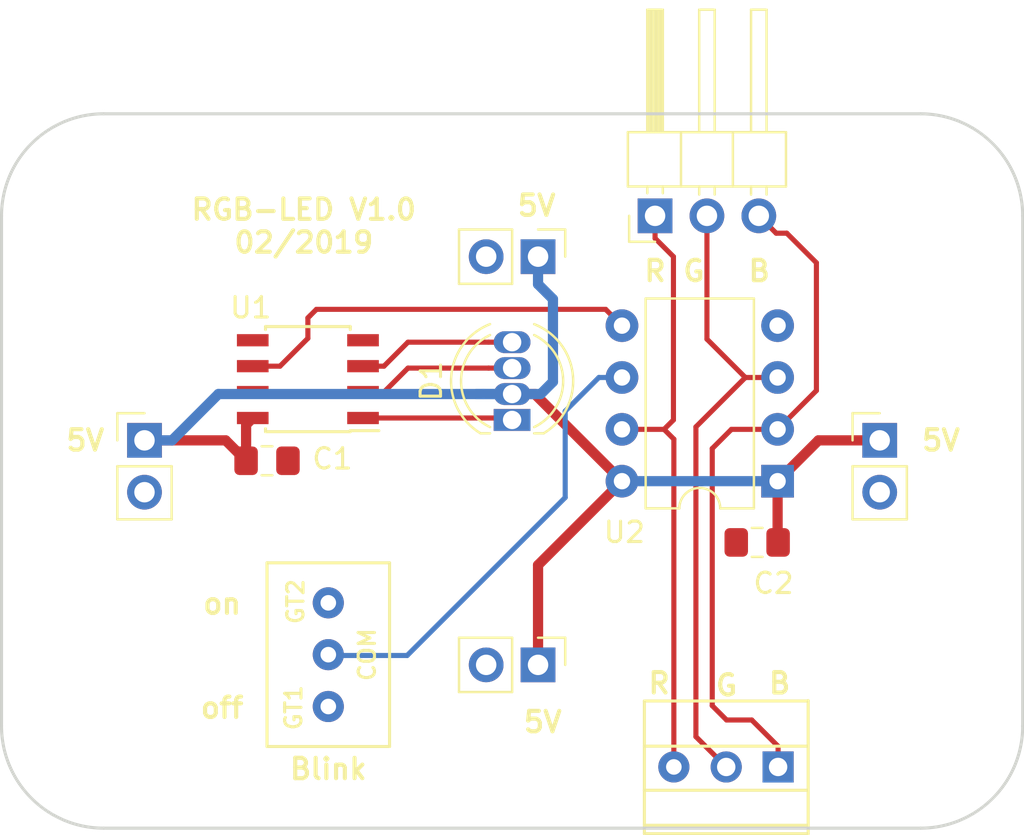
<source format=kicad_pcb>
(kicad_pcb (version 20171130) (host pcbnew "(5.0.1-3-g963ef8bb5)")

  (general
    (thickness 1.6)
    (drawings 22)
    (tracks 71)
    (zones 0)
    (modules 16)
    (nets 14)
  )

  (page A4)
  (layers
    (0 F.Cu signal)
    (31 B.Cu signal)
    (32 B.Adhes user)
    (33 F.Adhes user)
    (34 B.Paste user)
    (35 F.Paste user)
    (36 B.SilkS user)
    (37 F.SilkS user)
    (38 B.Mask user)
    (39 F.Mask user)
    (40 Dwgs.User user)
    (41 Cmts.User user)
    (42 Eco1.User user)
    (43 Eco2.User user)
    (44 Edge.Cuts user)
    (45 Margin user)
    (46 B.CrtYd user)
    (47 F.CrtYd user)
    (48 B.Fab user)
    (49 F.Fab user)
  )

  (setup
    (last_trace_width 0.25)
    (user_trace_width 0.2)
    (user_trace_width 0.5)
    (trace_clearance 0.2)
    (zone_clearance 0.508)
    (zone_45_only no)
    (trace_min 0.2)
    (segment_width 0.2)
    (edge_width 0.15)
    (via_size 0.8)
    (via_drill 0.4)
    (via_min_size 0.4)
    (via_min_drill 0.3)
    (uvia_size 0.3)
    (uvia_drill 0.1)
    (uvias_allowed no)
    (uvia_min_size 0.2)
    (uvia_min_drill 0.1)
    (pcb_text_width 0.3)
    (pcb_text_size 1.5 1.5)
    (mod_edge_width 0.15)
    (mod_text_size 1 1)
    (mod_text_width 0.15)
    (pad_size 1.524 1.524)
    (pad_drill 0.762)
    (pad_to_mask_clearance 0.051)
    (solder_mask_min_width 0.25)
    (aux_axis_origin 0 0)
    (grid_origin 21.336 64.897)
    (visible_elements FFFFFF7F)
    (pcbplotparams
      (layerselection 0x010fc_ffffffff)
      (usegerberextensions false)
      (usegerberattributes false)
      (usegerberadvancedattributes false)
      (creategerberjobfile false)
      (excludeedgelayer true)
      (linewidth 0.150000)
      (plotframeref false)
      (viasonmask false)
      (mode 1)
      (useauxorigin false)
      (hpglpennumber 1)
      (hpglpenspeed 20)
      (hpglpendiameter 15.000000)
      (psnegative false)
      (psa4output false)
      (plotreference true)
      (plotvalue true)
      (plotinvisibletext false)
      (padsonsilk false)
      (subtractmaskfromsilk false)
      (outputformat 1)
      (mirror false)
      (drillshape 1)
      (scaleselection 1)
      (outputdirectory ""))
  )

  (net 0 "")
  (net 1 /ANALOG_RED)
  (net 2 /ANALOG_GREEN)
  (net 3 "Net-(D1-Pad3)")
  (net 4 "Net-(D1-Pad4)")
  (net 5 GND)
  (net 6 "Net-(U1-Pad5)")
  (net 7 /DO)
  (net 8 "Net-(U1-Pad7)")
  (net 9 +5V)
  (net 10 /ANALOG_BLUE)
  (net 11 "Net-(D1-Pad1)")
  (net 12 "Net-(SW1-Pad2)")
  (net 13 "Net-(SW1-Pad3)")

  (net_class Default "Dies ist die voreingestellte Netzklasse."
    (clearance 0.2)
    (trace_width 0.25)
    (via_dia 0.8)
    (via_drill 0.4)
    (uvia_dia 0.3)
    (uvia_drill 0.1)
    (add_net +5V)
    (add_net /ANALOG_BLUE)
    (add_net /ANALOG_GREEN)
    (add_net /ANALOG_RED)
    (add_net /DO)
    (add_net GND)
    (add_net "Net-(D1-Pad1)")
    (add_net "Net-(D1-Pad3)")
    (add_net "Net-(D1-Pad4)")
    (add_net "Net-(SW1-Pad2)")
    (add_net "Net-(SW1-Pad3)")
    (add_net "Net-(U1-Pad5)")
    (add_net "Net-(U1-Pad7)")
  )

  (module MountingHole:MountingHole_3.2mm_M3 (layer F.Cu) (tedit 5C5F1F40) (tstamp 5C768503)
    (at 129.336 112.897)
    (descr "Mounting Hole 3.2mm, no annular, M3")
    (tags "mounting hole 3.2mm no annular m3")
    (attr virtual)
    (fp_text reference REF** (at 0 -4.2) (layer F.SilkS) hide
      (effects (font (size 1 1) (thickness 0.15)))
    )
    (fp_text value MountingHole_3.2mm_M3 (at 0 4.2) (layer F.Fab) hide
      (effects (font (size 1 1) (thickness 0.15)))
    )
    (fp_circle (center 0 0) (end 3.45 0) (layer F.CrtYd) (width 0.05))
    (fp_circle (center 0 0) (end 3.2 0) (layer Cmts.User) (width 0.15))
    (fp_text user %R (at 0.3 0) (layer F.Fab)
      (effects (font (size 1 1) (thickness 0.15)))
    )
    (pad 1 np_thru_hole circle (at 0 0) (size 3.2 3.2) (drill 3.2) (layers *.Cu *.Mask))
  )

  (module MountingHole:MountingHole_3.2mm_M3 (layer F.Cu) (tedit 5C5F1F40) (tstamp 5C7684F5)
    (at 169.336 112.897)
    (descr "Mounting Hole 3.2mm, no annular, M3")
    (tags "mounting hole 3.2mm no annular m3")
    (attr virtual)
    (fp_text reference REF** (at 0 -4.2) (layer F.SilkS) hide
      (effects (font (size 1 1) (thickness 0.15)))
    )
    (fp_text value MountingHole_3.2mm_M3 (at 0 4.2) (layer F.Fab) hide
      (effects (font (size 1 1) (thickness 0.15)))
    )
    (fp_text user %R (at 0.3 0) (layer F.Fab)
      (effects (font (size 1 1) (thickness 0.15)))
    )
    (fp_circle (center 0 0) (end 3.2 0) (layer Cmts.User) (width 0.15))
    (fp_circle (center 0 0) (end 3.45 0) (layer F.CrtYd) (width 0.05))
    (pad 1 np_thru_hole circle (at 0 0) (size 3.2 3.2) (drill 3.2) (layers *.Cu *.Mask))
  )

  (module Capacitor_SMD:C_0805_2012Metric_Pad1.15x1.40mm_HandSolder (layer F.Cu) (tedit 5C600F93) (tstamp 5C697569)
    (at 161.336 103.897 180)
    (descr "Capacitor SMD 0805 (2012 Metric), square (rectangular) end terminal, IPC_7351 nominal with elongated pad for handsoldering. (Body size source: https://docs.google.com/spreadsheets/d/1BsfQQcO9C6DZCsRaXUlFlo91Tg2WpOkGARC1WS5S8t0/edit?usp=sharing), generated with kicad-footprint-generator")
    (tags "capacitor handsolder")
    (path /5C5D4FB3)
    (attr smd)
    (fp_text reference C2 (at -0.8 -2 180) (layer F.SilkS)
      (effects (font (size 1 1) (thickness 0.15)))
    )
    (fp_text value C_Small (at 0 1.65 180) (layer F.Fab) hide
      (effects (font (size 1 1) (thickness 0.15)))
    )
    (fp_text user %R (at 0 0 180) (layer F.Fab)
      (effects (font (size 0.5 0.5) (thickness 0.08)))
    )
    (fp_line (start 1.85 0.95) (end -1.85 0.95) (layer F.CrtYd) (width 0.05))
    (fp_line (start 1.85 -0.95) (end 1.85 0.95) (layer F.CrtYd) (width 0.05))
    (fp_line (start -1.85 -0.95) (end 1.85 -0.95) (layer F.CrtYd) (width 0.05))
    (fp_line (start -1.85 0.95) (end -1.85 -0.95) (layer F.CrtYd) (width 0.05))
    (fp_line (start -0.261252 0.71) (end 0.261252 0.71) (layer F.SilkS) (width 0.12))
    (fp_line (start -0.261252 -0.71) (end 0.261252 -0.71) (layer F.SilkS) (width 0.12))
    (fp_line (start 1 0.6) (end -1 0.6) (layer F.Fab) (width 0.1))
    (fp_line (start 1 -0.6) (end 1 0.6) (layer F.Fab) (width 0.1))
    (fp_line (start -1 -0.6) (end 1 -0.6) (layer F.Fab) (width 0.1))
    (fp_line (start -1 0.6) (end -1 -0.6) (layer F.Fab) (width 0.1))
    (pad 2 smd roundrect (at 1.025 0 180) (size 1.15 1.4) (layers F.Cu F.Paste F.Mask) (roundrect_rratio 0.217391)
      (net 5 GND))
    (pad 1 smd roundrect (at -1.025 0 180) (size 1.15 1.4) (layers F.Cu F.Paste F.Mask) (roundrect_rratio 0.217391)
      (net 9 +5V))
    (model ${KISYS3DMOD}/Capacitor_SMD.3dshapes/C_0805_2012Metric.wrl
      (at (xyz 0 0 0))
      (scale (xyz 1 1 1))
      (rotate (xyz 0 0 0))
    )
  )

  (module Capacitor_SMD:C_0805_2012Metric_Pad1.15x1.40mm_HandSolder (layer F.Cu) (tedit 5C600F5E) (tstamp 5C697599)
    (at 137.336 99.897)
    (descr "Capacitor SMD 0805 (2012 Metric), square (rectangular) end terminal, IPC_7351 nominal with elongated pad for handsoldering. (Body size source: https://docs.google.com/spreadsheets/d/1BsfQQcO9C6DZCsRaXUlFlo91Tg2WpOkGARC1WS5S8t0/edit?usp=sharing), generated with kicad-footprint-generator")
    (tags "capacitor handsolder")
    (path /5C5D54B8)
    (attr smd)
    (fp_text reference C1 (at 3.2 -0.1) (layer F.SilkS)
      (effects (font (size 1 1) (thickness 0.15)))
    )
    (fp_text value 100nF (at 0 1.65) (layer F.Fab) hide
      (effects (font (size 1 1) (thickness 0.15)))
    )
    (fp_line (start -1 0.6) (end -1 -0.6) (layer F.Fab) (width 0.1))
    (fp_line (start -1 -0.6) (end 1 -0.6) (layer F.Fab) (width 0.1))
    (fp_line (start 1 -0.6) (end 1 0.6) (layer F.Fab) (width 0.1))
    (fp_line (start 1 0.6) (end -1 0.6) (layer F.Fab) (width 0.1))
    (fp_line (start -0.261252 -0.71) (end 0.261252 -0.71) (layer F.SilkS) (width 0.12))
    (fp_line (start -0.261252 0.71) (end 0.261252 0.71) (layer F.SilkS) (width 0.12))
    (fp_line (start -1.85 0.95) (end -1.85 -0.95) (layer F.CrtYd) (width 0.05))
    (fp_line (start -1.85 -0.95) (end 1.85 -0.95) (layer F.CrtYd) (width 0.05))
    (fp_line (start 1.85 -0.95) (end 1.85 0.95) (layer F.CrtYd) (width 0.05))
    (fp_line (start 1.85 0.95) (end -1.85 0.95) (layer F.CrtYd) (width 0.05))
    (fp_text user %R (at 0 0) (layer F.Fab)
      (effects (font (size 0.5 0.5) (thickness 0.08)))
    )
    (pad 1 smd roundrect (at -1.025 0) (size 1.15 1.4) (layers F.Cu F.Paste F.Mask) (roundrect_rratio 0.217391)
      (net 9 +5V))
    (pad 2 smd roundrect (at 1.025 0) (size 1.15 1.4) (layers F.Cu F.Paste F.Mask) (roundrect_rratio 0.217391)
      (net 5 GND))
    (model ${KISYS3DMOD}/Capacitor_SMD.3dshapes/C_0805_2012Metric.wrl
      (at (xyz 0 0 0))
      (scale (xyz 1 1 1))
      (rotate (xyz 0 0 0))
    )
  )

  (module Connector_PinHeader_2.54mm:PinHeader_1x02_P2.54mm_Vertical (layer F.Cu) (tedit 5C600F8B) (tstamp 5C6975CE)
    (at 167.336 98.897)
    (descr "Through hole straight pin header, 1x02, 2.54mm pitch, single row")
    (tags "Through hole pin header THT 1x02 2.54mm single row")
    (path /5C5E9E1B)
    (fp_text reference J6 (at 0 -2.33) (layer F.SilkS) hide
      (effects (font (size 1 1) (thickness 0.15)))
    )
    (fp_text value SUPPLY (at 0 4.87) (layer F.Fab) hide
      (effects (font (size 1 1) (thickness 0.15)))
    )
    (fp_text user %R (at 0 1.27 90) (layer F.Fab)
      (effects (font (size 1 1) (thickness 0.15)))
    )
    (fp_line (start 1.8 -1.8) (end -1.8 -1.8) (layer F.CrtYd) (width 0.05))
    (fp_line (start 1.8 4.35) (end 1.8 -1.8) (layer F.CrtYd) (width 0.05))
    (fp_line (start -1.8 4.35) (end 1.8 4.35) (layer F.CrtYd) (width 0.05))
    (fp_line (start -1.8 -1.8) (end -1.8 4.35) (layer F.CrtYd) (width 0.05))
    (fp_line (start -1.33 -1.33) (end 0 -1.33) (layer F.SilkS) (width 0.12))
    (fp_line (start -1.33 0) (end -1.33 -1.33) (layer F.SilkS) (width 0.12))
    (fp_line (start -1.33 1.27) (end 1.33 1.27) (layer F.SilkS) (width 0.12))
    (fp_line (start 1.33 1.27) (end 1.33 3.87) (layer F.SilkS) (width 0.12))
    (fp_line (start -1.33 1.27) (end -1.33 3.87) (layer F.SilkS) (width 0.12))
    (fp_line (start -1.33 3.87) (end 1.33 3.87) (layer F.SilkS) (width 0.12))
    (fp_line (start -1.27 -0.635) (end -0.635 -1.27) (layer F.Fab) (width 0.1))
    (fp_line (start -1.27 3.81) (end -1.27 -0.635) (layer F.Fab) (width 0.1))
    (fp_line (start 1.27 3.81) (end -1.27 3.81) (layer F.Fab) (width 0.1))
    (fp_line (start 1.27 -1.27) (end 1.27 3.81) (layer F.Fab) (width 0.1))
    (fp_line (start -0.635 -1.27) (end 1.27 -1.27) (layer F.Fab) (width 0.1))
    (pad 2 thru_hole oval (at 0 2.54) (size 1.7 1.7) (drill 1) (layers *.Cu *.Mask)
      (net 5 GND))
    (pad 1 thru_hole rect (at 0 0) (size 1.7 1.7) (drill 1) (layers *.Cu *.Mask)
      (net 9 +5V))
    (model ${KISYS3DMOD}/Connector_PinHeader_2.54mm.3dshapes/PinHeader_1x02_P2.54mm_Vertical.wrl
      (at (xyz 0 0 0))
      (scale (xyz 1 1 1))
      (rotate (xyz 0 0 0))
    )
  )

  (module Connector_PinHeader_2.54mm:PinHeader_1x02_P2.54mm_Vertical (layer F.Cu) (tedit 5C600F45) (tstamp 5C69760D)
    (at 131.336 98.897)
    (descr "Through hole straight pin header, 1x02, 2.54mm pitch, single row")
    (tags "Through hole pin header THT 1x02 2.54mm single row")
    (path /5C5E9DF6)
    (fp_text reference J5 (at 0 -2.33) (layer F.SilkS) hide
      (effects (font (size 1 1) (thickness 0.15)))
    )
    (fp_text value SUPPLY (at 0 4.87) (layer F.Fab) hide
      (effects (font (size 1 1) (thickness 0.15)))
    )
    (fp_line (start -0.635 -1.27) (end 1.27 -1.27) (layer F.Fab) (width 0.1))
    (fp_line (start 1.27 -1.27) (end 1.27 3.81) (layer F.Fab) (width 0.1))
    (fp_line (start 1.27 3.81) (end -1.27 3.81) (layer F.Fab) (width 0.1))
    (fp_line (start -1.27 3.81) (end -1.27 -0.635) (layer F.Fab) (width 0.1))
    (fp_line (start -1.27 -0.635) (end -0.635 -1.27) (layer F.Fab) (width 0.1))
    (fp_line (start -1.33 3.87) (end 1.33 3.87) (layer F.SilkS) (width 0.12))
    (fp_line (start -1.33 1.27) (end -1.33 3.87) (layer F.SilkS) (width 0.12))
    (fp_line (start 1.33 1.27) (end 1.33 3.87) (layer F.SilkS) (width 0.12))
    (fp_line (start -1.33 1.27) (end 1.33 1.27) (layer F.SilkS) (width 0.12))
    (fp_line (start -1.33 0) (end -1.33 -1.33) (layer F.SilkS) (width 0.12))
    (fp_line (start -1.33 -1.33) (end 0 -1.33) (layer F.SilkS) (width 0.12))
    (fp_line (start -1.8 -1.8) (end -1.8 4.35) (layer F.CrtYd) (width 0.05))
    (fp_line (start -1.8 4.35) (end 1.8 4.35) (layer F.CrtYd) (width 0.05))
    (fp_line (start 1.8 4.35) (end 1.8 -1.8) (layer F.CrtYd) (width 0.05))
    (fp_line (start 1.8 -1.8) (end -1.8 -1.8) (layer F.CrtYd) (width 0.05))
    (fp_text user %R (at 0 1.27 90) (layer F.Fab)
      (effects (font (size 1 1) (thickness 0.15)))
    )
    (pad 1 thru_hole rect (at 0 0) (size 1.7 1.7) (drill 1) (layers *.Cu *.Mask)
      (net 9 +5V))
    (pad 2 thru_hole oval (at 0 2.54) (size 1.7 1.7) (drill 1) (layers *.Cu *.Mask)
      (net 5 GND))
    (model ${KISYS3DMOD}/Connector_PinHeader_2.54mm.3dshapes/PinHeader_1x02_P2.54mm_Vertical.wrl
      (at (xyz 0 0 0))
      (scale (xyz 1 1 1))
      (rotate (xyz 0 0 0))
    )
  )

  (module Connector_PinHeader_2.54mm:PinHeader_1x02_P2.54mm_Vertical (layer F.Cu) (tedit 5C600F7C) (tstamp 5C69764C)
    (at 150.606 89.897 270)
    (descr "Through hole straight pin header, 1x02, 2.54mm pitch, single row")
    (tags "Through hole pin header THT 1x02 2.54mm single row")
    (path /5C5E9E30)
    (fp_text reference J2 (at 0 -2.33 270) (layer F.SilkS) hide
      (effects (font (size 1 1) (thickness 0.15)))
    )
    (fp_text value SUPPLY (at 0 4.87 270) (layer F.Fab) hide
      (effects (font (size 1 1) (thickness 0.15)))
    )
    (fp_text user %R (at 0 1.27) (layer F.Fab)
      (effects (font (size 1 1) (thickness 0.15)))
    )
    (fp_line (start 1.8 -1.8) (end -1.8 -1.8) (layer F.CrtYd) (width 0.05))
    (fp_line (start 1.8 4.35) (end 1.8 -1.8) (layer F.CrtYd) (width 0.05))
    (fp_line (start -1.8 4.35) (end 1.8 4.35) (layer F.CrtYd) (width 0.05))
    (fp_line (start -1.8 -1.8) (end -1.8 4.35) (layer F.CrtYd) (width 0.05))
    (fp_line (start -1.33 -1.33) (end 0 -1.33) (layer F.SilkS) (width 0.12))
    (fp_line (start -1.33 0) (end -1.33 -1.33) (layer F.SilkS) (width 0.12))
    (fp_line (start -1.33 1.27) (end 1.33 1.27) (layer F.SilkS) (width 0.12))
    (fp_line (start 1.33 1.27) (end 1.33 3.87) (layer F.SilkS) (width 0.12))
    (fp_line (start -1.33 1.27) (end -1.33 3.87) (layer F.SilkS) (width 0.12))
    (fp_line (start -1.33 3.87) (end 1.33 3.87) (layer F.SilkS) (width 0.12))
    (fp_line (start -1.27 -0.635) (end -0.635 -1.27) (layer F.Fab) (width 0.1))
    (fp_line (start -1.27 3.81) (end -1.27 -0.635) (layer F.Fab) (width 0.1))
    (fp_line (start 1.27 3.81) (end -1.27 3.81) (layer F.Fab) (width 0.1))
    (fp_line (start 1.27 -1.27) (end 1.27 3.81) (layer F.Fab) (width 0.1))
    (fp_line (start -0.635 -1.27) (end 1.27 -1.27) (layer F.Fab) (width 0.1))
    (pad 2 thru_hole oval (at 0 2.54 270) (size 1.7 1.7) (drill 1) (layers *.Cu *.Mask)
      (net 5 GND))
    (pad 1 thru_hole rect (at 0 0 270) (size 1.7 1.7) (drill 1) (layers *.Cu *.Mask)
      (net 9 +5V))
    (model ${KISYS3DMOD}/Connector_PinHeader_2.54mm.3dshapes/PinHeader_1x02_P2.54mm_Vertical.wrl
      (at (xyz 0 0 0))
      (scale (xyz 1 1 1))
      (rotate (xyz 0 0 0))
    )
  )

  (module Connector_PinHeader_2.54mm:PinHeader_1x02_P2.54mm_Vertical (layer F.Cu) (tedit 5C600F3E) (tstamp 5C6B3BB9)
    (at 150.606 109.897 270)
    (descr "Through hole straight pin header, 1x02, 2.54mm pitch, single row")
    (tags "Through hole pin header THT 1x02 2.54mm single row")
    (path /5C5E9DEF)
    (fp_text reference J1 (at 0 -2.33 270) (layer F.SilkS) hide
      (effects (font (size 1 1) (thickness 0.15)))
    )
    (fp_text value SUPPLY (at 0 4.87 270) (layer F.Fab) hide
      (effects (font (size 1 1) (thickness 0.15)))
    )
    (fp_line (start -0.635 -1.27) (end 1.27 -1.27) (layer F.Fab) (width 0.1))
    (fp_line (start 1.27 -1.27) (end 1.27 3.81) (layer F.Fab) (width 0.1))
    (fp_line (start 1.27 3.81) (end -1.27 3.81) (layer F.Fab) (width 0.1))
    (fp_line (start -1.27 3.81) (end -1.27 -0.635) (layer F.Fab) (width 0.1))
    (fp_line (start -1.27 -0.635) (end -0.635 -1.27) (layer F.Fab) (width 0.1))
    (fp_line (start -1.33 3.87) (end 1.33 3.87) (layer F.SilkS) (width 0.12))
    (fp_line (start -1.33 1.27) (end -1.33 3.87) (layer F.SilkS) (width 0.12))
    (fp_line (start 1.33 1.27) (end 1.33 3.87) (layer F.SilkS) (width 0.12))
    (fp_line (start -1.33 1.27) (end 1.33 1.27) (layer F.SilkS) (width 0.12))
    (fp_line (start -1.33 0) (end -1.33 -1.33) (layer F.SilkS) (width 0.12))
    (fp_line (start -1.33 -1.33) (end 0 -1.33) (layer F.SilkS) (width 0.12))
    (fp_line (start -1.8 -1.8) (end -1.8 4.35) (layer F.CrtYd) (width 0.05))
    (fp_line (start -1.8 4.35) (end 1.8 4.35) (layer F.CrtYd) (width 0.05))
    (fp_line (start 1.8 4.35) (end 1.8 -1.8) (layer F.CrtYd) (width 0.05))
    (fp_line (start 1.8 -1.8) (end -1.8 -1.8) (layer F.CrtYd) (width 0.05))
    (fp_text user %R (at 0 1.27) (layer F.Fab)
      (effects (font (size 1 1) (thickness 0.15)))
    )
    (pad 1 thru_hole rect (at 0 0 270) (size 1.7 1.7) (drill 1) (layers *.Cu *.Mask)
      (net 9 +5V))
    (pad 2 thru_hole oval (at 0 2.54 270) (size 1.7 1.7) (drill 1) (layers *.Cu *.Mask)
      (net 5 GND))
    (model ${KISYS3DMOD}/Connector_PinHeader_2.54mm.3dshapes/PinHeader_1x02_P2.54mm_Vertical.wrl
      (at (xyz 0 0 0))
      (scale (xyz 1 1 1))
      (rotate (xyz 0 0 0))
    )
  )

  (module Connector_PinHeader_2.54mm:PinHeader_1x03_P2.54mm_Horizontal (layer F.Cu) (tedit 5C60109F) (tstamp 5C81B644)
    (at 156.336 87.897 90)
    (descr "Through hole angled pin header, 1x03, 2.54mm pitch, 6mm pin length, single row")
    (tags "Through hole angled pin header THT 1x03 2.54mm single row")
    (path /5C5ED41F)
    (fp_text reference J4 (at 4.385 -2.27 90) (layer F.SilkS) hide
      (effects (font (size 1 1) (thickness 0.15)))
    )
    (fp_text value Conn_01x03_Female (at 4.385 7.35 90) (layer F.Fab) hide
      (effects (font (size 1 1) (thickness 0.15)))
    )
    (fp_line (start 2.135 -1.27) (end 4.04 -1.27) (layer F.Fab) (width 0.1))
    (fp_line (start 4.04 -1.27) (end 4.04 6.35) (layer F.Fab) (width 0.1))
    (fp_line (start 4.04 6.35) (end 1.5 6.35) (layer F.Fab) (width 0.1))
    (fp_line (start 1.5 6.35) (end 1.5 -0.635) (layer F.Fab) (width 0.1))
    (fp_line (start 1.5 -0.635) (end 2.135 -1.27) (layer F.Fab) (width 0.1))
    (fp_line (start -0.32 -0.32) (end 1.5 -0.32) (layer F.Fab) (width 0.1))
    (fp_line (start -0.32 -0.32) (end -0.32 0.32) (layer F.Fab) (width 0.1))
    (fp_line (start -0.32 0.32) (end 1.5 0.32) (layer F.Fab) (width 0.1))
    (fp_line (start 4.04 -0.32) (end 10.04 -0.32) (layer F.Fab) (width 0.1))
    (fp_line (start 10.04 -0.32) (end 10.04 0.32) (layer F.Fab) (width 0.1))
    (fp_line (start 4.04 0.32) (end 10.04 0.32) (layer F.Fab) (width 0.1))
    (fp_line (start -0.32 2.22) (end 1.5 2.22) (layer F.Fab) (width 0.1))
    (fp_line (start -0.32 2.22) (end -0.32 2.86) (layer F.Fab) (width 0.1))
    (fp_line (start -0.32 2.86) (end 1.5 2.86) (layer F.Fab) (width 0.1))
    (fp_line (start 4.04 2.22) (end 10.04 2.22) (layer F.Fab) (width 0.1))
    (fp_line (start 10.04 2.22) (end 10.04 2.86) (layer F.Fab) (width 0.1))
    (fp_line (start 4.04 2.86) (end 10.04 2.86) (layer F.Fab) (width 0.1))
    (fp_line (start -0.32 4.76) (end 1.5 4.76) (layer F.Fab) (width 0.1))
    (fp_line (start -0.32 4.76) (end -0.32 5.4) (layer F.Fab) (width 0.1))
    (fp_line (start -0.32 5.4) (end 1.5 5.4) (layer F.Fab) (width 0.1))
    (fp_line (start 4.04 4.76) (end 10.04 4.76) (layer F.Fab) (width 0.1))
    (fp_line (start 10.04 4.76) (end 10.04 5.4) (layer F.Fab) (width 0.1))
    (fp_line (start 4.04 5.4) (end 10.04 5.4) (layer F.Fab) (width 0.1))
    (fp_line (start 1.44 -1.33) (end 1.44 6.41) (layer F.SilkS) (width 0.12))
    (fp_line (start 1.44 6.41) (end 4.1 6.41) (layer F.SilkS) (width 0.12))
    (fp_line (start 4.1 6.41) (end 4.1 -1.33) (layer F.SilkS) (width 0.12))
    (fp_line (start 4.1 -1.33) (end 1.44 -1.33) (layer F.SilkS) (width 0.12))
    (fp_line (start 4.1 -0.38) (end 10.1 -0.38) (layer F.SilkS) (width 0.12))
    (fp_line (start 10.1 -0.38) (end 10.1 0.38) (layer F.SilkS) (width 0.12))
    (fp_line (start 10.1 0.38) (end 4.1 0.38) (layer F.SilkS) (width 0.12))
    (fp_line (start 4.1 -0.32) (end 10.1 -0.32) (layer F.SilkS) (width 0.12))
    (fp_line (start 4.1 -0.2) (end 10.1 -0.2) (layer F.SilkS) (width 0.12))
    (fp_line (start 4.1 -0.08) (end 10.1 -0.08) (layer F.SilkS) (width 0.12))
    (fp_line (start 4.1 0.04) (end 10.1 0.04) (layer F.SilkS) (width 0.12))
    (fp_line (start 4.1 0.16) (end 10.1 0.16) (layer F.SilkS) (width 0.12))
    (fp_line (start 4.1 0.28) (end 10.1 0.28) (layer F.SilkS) (width 0.12))
    (fp_line (start 1.11 -0.38) (end 1.44 -0.38) (layer F.SilkS) (width 0.12))
    (fp_line (start 1.11 0.38) (end 1.44 0.38) (layer F.SilkS) (width 0.12))
    (fp_line (start 1.44 1.27) (end 4.1 1.27) (layer F.SilkS) (width 0.12))
    (fp_line (start 4.1 2.16) (end 10.1 2.16) (layer F.SilkS) (width 0.12))
    (fp_line (start 10.1 2.16) (end 10.1 2.92) (layer F.SilkS) (width 0.12))
    (fp_line (start 10.1 2.92) (end 4.1 2.92) (layer F.SilkS) (width 0.12))
    (fp_line (start 1.042929 2.16) (end 1.44 2.16) (layer F.SilkS) (width 0.12))
    (fp_line (start 1.042929 2.92) (end 1.44 2.92) (layer F.SilkS) (width 0.12))
    (fp_line (start 1.44 3.81) (end 4.1 3.81) (layer F.SilkS) (width 0.12))
    (fp_line (start 4.1 4.7) (end 10.1 4.7) (layer F.SilkS) (width 0.12))
    (fp_line (start 10.1 4.7) (end 10.1 5.46) (layer F.SilkS) (width 0.12))
    (fp_line (start 10.1 5.46) (end 4.1 5.46) (layer F.SilkS) (width 0.12))
    (fp_line (start 1.042929 4.7) (end 1.44 4.7) (layer F.SilkS) (width 0.12))
    (fp_line (start 1.042929 5.46) (end 1.44 5.46) (layer F.SilkS) (width 0.12))
    (fp_line (start -1.27 0) (end -1.27 -1.27) (layer F.SilkS) (width 0.12))
    (fp_line (start -1.27 -1.27) (end 0 -1.27) (layer F.SilkS) (width 0.12))
    (fp_line (start -1.8 -1.8) (end -1.8 6.85) (layer F.CrtYd) (width 0.05))
    (fp_line (start -1.8 6.85) (end 10.55 6.85) (layer F.CrtYd) (width 0.05))
    (fp_line (start 10.55 6.85) (end 10.55 -1.8) (layer F.CrtYd) (width 0.05))
    (fp_line (start 10.55 -1.8) (end -1.8 -1.8) (layer F.CrtYd) (width 0.05))
    (fp_text user %R (at 2.77 2.54 180) (layer F.Fab) hide
      (effects (font (size 1 1) (thickness 0.15)))
    )
    (pad 1 thru_hole rect (at 0 0 90) (size 1.7 1.7) (drill 1) (layers *.Cu *.Mask)
      (net 1 /ANALOG_RED))
    (pad 2 thru_hole oval (at 0 2.54 90) (size 1.7 1.7) (drill 1) (layers *.Cu *.Mask)
      (net 2 /ANALOG_GREEN))
    (pad 3 thru_hole oval (at 0 5.08 90) (size 1.7 1.7) (drill 1) (layers *.Cu *.Mask)
      (net 10 /ANALOG_BLUE))
    (model ${KISYS3DMOD}/Connector_PinHeader_2.54mm.3dshapes/PinHeader_1x03_P2.54mm_Horizontal.wrl
      (at (xyz 0 0 0))
      (scale (xyz 1 1 1))
      (rotate (xyz 0 0 0))
    )
  )

  (module LED_THT:LED_D5.0mm-4_RGB (layer F.Cu) (tedit 5C600F73) (tstamp 5C697787)
    (at 149.336 97.897 90)
    (descr "LED, diameter 5.0mm, 2 pins, diameter 5.0mm, 3 pins, diameter 5.0mm, 4 pins, http://www.kingbright.com/attachments/file/psearch/000/00/00/L-154A4SUREQBFZGEW(Ver.9A).pdf")
    (tags "LED diameter 5.0mm 2 pins diameter 5.0mm 3 pins diameter 5.0mm 4 pins RGB RGBLED")
    (path /5C5F0EFB)
    (fp_text reference D1 (at 1.905 -3.96 90) (layer F.SilkS)
      (effects (font (size 1 1) (thickness 0.15)))
    )
    (fp_text value LED_RAGB (at 1.905 3.96 90) (layer F.Fab) hide
      (effects (font (size 1 1) (thickness 0.15)))
    )
    (fp_arc (start 1.905 0) (end -0.595 -1.469694) (angle 299.1) (layer F.Fab) (width 0.1))
    (fp_arc (start 1.905 0) (end -0.655 -1.54483) (angle 127.7) (layer F.SilkS) (width 0.12))
    (fp_arc (start 1.905 0) (end -0.655 1.54483) (angle -127.7) (layer F.SilkS) (width 0.12))
    (fp_arc (start 1.905 0) (end -0.349684 -1.08) (angle 128.8) (layer F.SilkS) (width 0.12))
    (fp_arc (start 1.905 0) (end -0.349684 1.08) (angle -128.8) (layer F.SilkS) (width 0.12))
    (fp_circle (center 1.905 0) (end 4.405 0) (layer F.Fab) (width 0.1))
    (fp_line (start -0.595 -1.469694) (end -0.595 1.469694) (layer F.Fab) (width 0.1))
    (fp_line (start -0.655 -1.545) (end -0.655 -1.08) (layer F.SilkS) (width 0.12))
    (fp_line (start -0.655 1.08) (end -0.655 1.545) (layer F.SilkS) (width 0.12))
    (fp_line (start -1.35 -3.25) (end -1.35 3.25) (layer F.CrtYd) (width 0.05))
    (fp_line (start -1.35 3.25) (end 5.15 3.25) (layer F.CrtYd) (width 0.05))
    (fp_line (start 5.15 3.25) (end 5.15 -3.25) (layer F.CrtYd) (width 0.05))
    (fp_line (start 5.15 -3.25) (end -1.35 -3.25) (layer F.CrtYd) (width 0.05))
    (fp_text user %R (at -2.2 -2.4) (layer F.Fab)
      (effects (font (size 1 1) (thickness 0.15)))
    )
    (pad 1 thru_hole rect (at 0 0 90) (size 1.07 1.8) (drill 0.9) (layers *.Cu *.Mask)
      (net 11 "Net-(D1-Pad1)"))
    (pad 2 thru_hole oval (at 1.27 0 90) (size 1.07 1.8) (drill 0.9) (layers *.Cu *.Mask)
      (net 9 +5V))
    (pad 3 thru_hole oval (at 2.54 0 90) (size 1.07 1.8) (drill 0.9) (layers *.Cu *.Mask)
      (net 3 "Net-(D1-Pad3)"))
    (pad 4 thru_hole oval (at 3.81 0 90) (size 1.07 1.8) (drill 0.9) (layers *.Cu *.Mask)
      (net 4 "Net-(D1-Pad4)"))
    (model ${KISYS3DMOD}/LED_THT.3dshapes/LED_D5.0mm-4_RGB.wrl
      (at (xyz 0 0 0))
      (scale (xyz 1 1 1))
      (rotate (xyz 0 0 0))
    )
  )

  (module Package_SO:SOIC-8_3.9x4.9mm_P1.27mm (layer F.Cu) (tedit 5C600F4E) (tstamp 5C6C28A0)
    (at 139.336 95.897 180)
    (descr "8-Lead Plastic Small Outline (SN) - Narrow, 3.90 mm Body [SOIC] (see Microchip Packaging Specification 00000049BS.pdf)")
    (tags "SOIC 1.27")
    (path /5C5D4094)
    (attr smd)
    (fp_text reference U1 (at 2.8 3.5 180) (layer F.SilkS)
      (effects (font (size 1 1) (thickness 0.15)))
    )
    (fp_text value WS2811 (at 0 3.5 180) (layer F.Fab) hide
      (effects (font (size 1 1) (thickness 0.15)))
    )
    (fp_text user %R (at 0 0 180) (layer F.Fab)
      (effects (font (size 1 1) (thickness 0.15)))
    )
    (fp_line (start -0.95 -2.45) (end 1.95 -2.45) (layer F.Fab) (width 0.1))
    (fp_line (start 1.95 -2.45) (end 1.95 2.45) (layer F.Fab) (width 0.1))
    (fp_line (start 1.95 2.45) (end -1.95 2.45) (layer F.Fab) (width 0.1))
    (fp_line (start -1.95 2.45) (end -1.95 -1.45) (layer F.Fab) (width 0.1))
    (fp_line (start -1.95 -1.45) (end -0.95 -2.45) (layer F.Fab) (width 0.1))
    (fp_line (start -3.73 -2.7) (end -3.73 2.7) (layer F.CrtYd) (width 0.05))
    (fp_line (start 3.73 -2.7) (end 3.73 2.7) (layer F.CrtYd) (width 0.05))
    (fp_line (start -3.73 -2.7) (end 3.73 -2.7) (layer F.CrtYd) (width 0.05))
    (fp_line (start -3.73 2.7) (end 3.73 2.7) (layer F.CrtYd) (width 0.05))
    (fp_line (start -2.075 -2.575) (end -2.075 -2.525) (layer F.SilkS) (width 0.15))
    (fp_line (start 2.075 -2.575) (end 2.075 -2.43) (layer F.SilkS) (width 0.15))
    (fp_line (start 2.075 2.575) (end 2.075 2.43) (layer F.SilkS) (width 0.15))
    (fp_line (start -2.075 2.575) (end -2.075 2.43) (layer F.SilkS) (width 0.15))
    (fp_line (start -2.075 -2.575) (end 2.075 -2.575) (layer F.SilkS) (width 0.15))
    (fp_line (start -2.075 2.575) (end 2.075 2.575) (layer F.SilkS) (width 0.15))
    (fp_line (start -2.075 -2.525) (end -3.475 -2.525) (layer F.SilkS) (width 0.15))
    (pad 1 smd rect (at -2.7 -1.905 180) (size 1.55 0.6) (layers F.Cu F.Paste F.Mask)
      (net 11 "Net-(D1-Pad1)"))
    (pad 2 smd rect (at -2.7 -0.635 180) (size 1.55 0.6) (layers F.Cu F.Paste F.Mask)
      (net 3 "Net-(D1-Pad3)"))
    (pad 3 smd rect (at -2.7 0.635 180) (size 1.55 0.6) (layers F.Cu F.Paste F.Mask)
      (net 4 "Net-(D1-Pad4)"))
    (pad 4 smd rect (at -2.7 1.905 180) (size 1.55 0.6) (layers F.Cu F.Paste F.Mask)
      (net 5 GND))
    (pad 5 smd rect (at 2.7 1.905 180) (size 1.55 0.6) (layers F.Cu F.Paste F.Mask)
      (net 6 "Net-(U1-Pad5)"))
    (pad 6 smd rect (at 2.7 0.635 180) (size 1.55 0.6) (layers F.Cu F.Paste F.Mask)
      (net 7 /DO))
    (pad 7 smd rect (at 2.7 -0.635 180) (size 1.55 0.6) (layers F.Cu F.Paste F.Mask)
      (net 8 "Net-(U1-Pad7)"))
    (pad 8 smd rect (at 2.7 -1.905 180) (size 1.55 0.6) (layers F.Cu F.Paste F.Mask)
      (net 9 +5V))
    (model ${KISYS3DMOD}/Package_SO.3dshapes/SOIC-8_3.9x4.9mm_P1.27mm.wrl
      (at (xyz 0 0 0))
      (scale (xyz 1 1 1))
      (rotate (xyz 0 0 0))
    )
  )

  (module Package_DIP:DIP-8_W7.62mm (layer F.Cu) (tedit 5C600F83) (tstamp 5C6B43A4)
    (at 162.336 100.897 180)
    (descr "8-lead though-hole mounted DIP package, row spacing 7.62 mm (300 mils)")
    (tags "THT DIP DIL PDIP 2.54mm 7.62mm 300mil")
    (path /5C5D420B)
    (fp_text reference U2 (at 7.5 -2.5 180) (layer F.SilkS)
      (effects (font (size 1 1) (thickness 0.15)))
    )
    (fp_text value ATtiny85-20PU (at 3.81 9.95 180) (layer F.Fab) hide
      (effects (font (size 1 1) (thickness 0.15)))
    )
    (fp_arc (start 3.81 -1.33) (end 2.81 -1.33) (angle -180) (layer F.SilkS) (width 0.12))
    (fp_line (start 1.635 -1.27) (end 6.985 -1.27) (layer F.Fab) (width 0.1))
    (fp_line (start 6.985 -1.27) (end 6.985 8.89) (layer F.Fab) (width 0.1))
    (fp_line (start 6.985 8.89) (end 0.635 8.89) (layer F.Fab) (width 0.1))
    (fp_line (start 0.635 8.89) (end 0.635 -0.27) (layer F.Fab) (width 0.1))
    (fp_line (start 0.635 -0.27) (end 1.635 -1.27) (layer F.Fab) (width 0.1))
    (fp_line (start 2.81 -1.33) (end 1.16 -1.33) (layer F.SilkS) (width 0.12))
    (fp_line (start 1.16 -1.33) (end 1.16 8.95) (layer F.SilkS) (width 0.12))
    (fp_line (start 1.16 8.95) (end 6.46 8.95) (layer F.SilkS) (width 0.12))
    (fp_line (start 6.46 8.95) (end 6.46 -1.33) (layer F.SilkS) (width 0.12))
    (fp_line (start 6.46 -1.33) (end 4.81 -1.33) (layer F.SilkS) (width 0.12))
    (fp_line (start -1.1 -1.55) (end -1.1 9.15) (layer F.CrtYd) (width 0.05))
    (fp_line (start -1.1 9.15) (end 8.7 9.15) (layer F.CrtYd) (width 0.05))
    (fp_line (start 8.7 9.15) (end 8.7 -1.55) (layer F.CrtYd) (width 0.05))
    (fp_line (start 8.7 -1.55) (end -1.1 -1.55) (layer F.CrtYd) (width 0.05))
    (fp_text user %R (at 3.81 3.81 180) (layer F.Fab) hide
      (effects (font (size 1 1) (thickness 0.15)))
    )
    (pad 1 thru_hole rect (at 0 0 180) (size 1.6 1.6) (drill 0.8) (layers *.Cu *.Mask)
      (net 9 +5V))
    (pad 5 thru_hole oval (at 7.62 7.62 180) (size 1.6 1.6) (drill 0.8) (layers *.Cu *.Mask)
      (net 7 /DO))
    (pad 2 thru_hole oval (at 0 2.54 180) (size 1.6 1.6) (drill 0.8) (layers *.Cu *.Mask)
      (net 10 /ANALOG_BLUE))
    (pad 6 thru_hole oval (at 7.62 5.08 180) (size 1.6 1.6) (drill 0.8) (layers *.Cu *.Mask)
      (net 12 "Net-(SW1-Pad2)"))
    (pad 3 thru_hole oval (at 0 5.08 180) (size 1.6 1.6) (drill 0.8) (layers *.Cu *.Mask)
      (net 2 /ANALOG_GREEN))
    (pad 7 thru_hole oval (at 7.62 2.54 180) (size 1.6 1.6) (drill 0.8) (layers *.Cu *.Mask)
      (net 1 /ANALOG_RED))
    (pad 4 thru_hole oval (at 0 7.62 180) (size 1.6 1.6) (drill 0.8) (layers *.Cu *.Mask)
      (net 5 GND))
    (pad 8 thru_hole oval (at 7.62 0 180) (size 1.6 1.6) (drill 0.8) (layers *.Cu *.Mask)
      (net 9 +5V))
    (model ${KISYS3DMOD}/Package_DIP.3dshapes/DIP-8_W7.62mm.wrl
      (at (xyz 0 0 0))
      (scale (xyz 1 1 1))
      (rotate (xyz 0 0 0))
    )
  )

  (module MountingHole:MountingHole_3.2mm_M3 (layer F.Cu) (tedit 5C5F1F40) (tstamp 5C767C3E)
    (at 169.336 87.897)
    (descr "Mounting Hole 3.2mm, no annular, M3")
    (tags "mounting hole 3.2mm no annular m3")
    (attr virtual)
    (fp_text reference REF** (at 0 -4.2) (layer F.SilkS) hide
      (effects (font (size 1 1) (thickness 0.15)))
    )
    (fp_text value MountingHole_3.2mm_M3 (at 0 4.2) (layer F.Fab) hide
      (effects (font (size 1 1) (thickness 0.15)))
    )
    (fp_circle (center 0 0) (end 3.45 0) (layer F.CrtYd) (width 0.05))
    (fp_circle (center 0 0) (end 3.2 0) (layer Cmts.User) (width 0.15))
    (fp_text user %R (at 0.3 0) (layer F.Fab)
      (effects (font (size 1 1) (thickness 0.15)))
    )
    (pad 1 np_thru_hole circle (at 0 0) (size 3.2 3.2) (drill 3.2) (layers *.Cu *.Mask))
  )

  (module MountingHole:MountingHole_3.2mm_M3 (layer F.Cu) (tedit 5C5F1F35) (tstamp 5C767C54)
    (at 129.336 87.897)
    (descr "Mounting Hole 3.2mm, no annular, M3")
    (tags "mounting hole 3.2mm no annular m3")
    (attr virtual)
    (fp_text reference REF** (at 0 -4.2) (layer F.SilkS) hide
      (effects (font (size 1 1) (thickness 0.15)))
    )
    (fp_text value MountingHole_3.2mm_M3 (at 0 4.2) (layer F.Fab) hide
      (effects (font (size 1 1) (thickness 0.15)))
    )
    (fp_circle (center 0 0) (end 3.45 0) (layer F.CrtYd) (width 0.05))
    (fp_circle (center 0 0) (end 3.2 0) (layer Cmts.User) (width 0.15))
    (fp_text user %R (at 0.3 0) (layer F.Fab)
      (effects (font (size 1 1) (thickness 0.15)))
    )
    (pad 1 np_thru_hole circle (at 0 0) (size 3.2 3.2) (drill 3.2) (layers *.Cu *.Mask))
  )

  (module myfootprints:AKZ692_3_2_54 (layer F.Cu) (tedit 5C600F9A) (tstamp 5C81AE4C)
    (at 162.336 114.897 180)
    (tags "Pin header")
    (path /5C5EB4D2)
    (fp_text reference J3 (at 3 4.25704 180) (layer F.SilkS) hide
      (effects (font (size 1 1) (thickness 0.15)))
    )
    (fp_text value Screw_Terminal_01x03 (at 3 -4.28752 180) (layer F.Fab) hide
      (effects (font (size 1 1) (thickness 0.15)))
    )
    (fp_line (start -1.49606 3.23088) (end 6.52394 3.23088) (layer F.SilkS) (width 0.15))
    (fp_line (start 6.52394 3.23088) (end 6.52394 -3.26912) (layer F.SilkS) (width 0.15))
    (fp_line (start -1.49606 -3.27152) (end 6.52394 -3.27152) (layer F.SilkS) (width 0.15))
    (fp_line (start -1.49606 3.25388) (end -1.49606 -3.26912) (layer F.SilkS) (width 0.15))
    (fp_line (start -1.4605 -2.8575) (end 6.52394 -2.8575) (layer F.SilkS) (width 0.15))
    (fp_line (start -1.4605 -1.143) (end 6.52394 -1.143) (layer F.SilkS) (width 0.15))
    (fp_line (start -1.4605 1.016) (end 6.52394 1.016) (layer F.SilkS) (width 0.15))
    (pad 1 thru_hole rect (at -0.024 -0.002 180) (size 1.524 1.524) (drill 0.9) (layers *.Cu *.Mask)
      (net 10 /ANALOG_BLUE))
    (pad 2 thru_hole circle (at 2.516 -0.002 180) (size 1.524 1.524) (drill 0.9) (layers *.Cu *.Mask)
      (net 2 /ANALOG_GREEN))
    (pad 3 thru_hole circle (at 5.08 0 180) (size 1.524 1.524) (drill 0.762) (layers *.Cu *.Mask)
      (net 1 /ANALOG_RED))
  )

  (module myfootprints:MS-611A (layer F.Cu) (tedit 5C600FA2) (tstamp 5C6C2688)
    (at 140.336 109.397 90)
    (path /5C5F25E2)
    (fp_text reference SW1 (at 2.8 3.9 90) (layer F.SilkS) hide
      (effects (font (size 1 1) (thickness 0.15)))
    )
    (fp_text value SW_Push_SPDT (at 0 -4 90) (layer F.Fab) hide
      (effects (font (size 1 1) (thickness 0.15)))
    )
    (fp_text user GT2 (at 2.6 -1.6 90) (layer F.SilkS)
      (effects (font (size 0.8 0.8) (thickness 0.15)))
    )
    (fp_text user GT1 (at -2.6 -1.7 90) (layer F.SilkS)
      (effects (font (size 0.8 0.8) (thickness 0.15)))
    )
    (fp_text user COM (at 0 1.9 90) (layer F.SilkS)
      (effects (font (size 0.8 0.8) (thickness 0.15)))
    )
    (fp_line (start -4.5 3) (end -4.5 -3) (layer F.SilkS) (width 0.15))
    (fp_line (start 4.5 3) (end 4.5 -3) (layer F.SilkS) (width 0.15))
    (fp_line (start -4.5 3) (end 4.5 3) (layer F.SilkS) (width 0.15))
    (fp_line (start -4.5 -3) (end 4.5 -3) (layer F.SilkS) (width 0.15))
    (pad 2 thru_hole circle (at 0 0 90) (size 1.524 1.524) (drill 0.762) (layers *.Cu *.Mask)
      (net 12 "Net-(SW1-Pad2)"))
    (pad 3 thru_hole circle (at 2.54 0 90) (size 1.524 1.524) (drill 0.762) (layers *.Cu *.Mask)
      (net 13 "Net-(SW1-Pad3)"))
    (pad 1 thru_hole circle (at -2.54 0 90) (size 1.524 1.524) (drill 0.762) (layers *.Cu *.Mask)
      (net 5 GND))
  )

  (gr_text on (at 135.136 106.897) (layer F.SilkS) (tstamp 5C6C2DEC)
    (effects (font (size 1 1) (thickness 0.2)))
  )
  (gr_text off (at 135.136 111.997) (layer F.SilkS) (tstamp 5C6C2DE6)
    (effects (font (size 1 1) (thickness 0.2)))
  )
  (gr_text Blink (at 140.336 114.997) (layer F.SilkS) (tstamp 5C6C2DD9)
    (effects (font (size 1 1) (thickness 0.2)))
  )
  (gr_text B (at 161.436 90.597) (layer F.SilkS) (tstamp 5C6C2D67)
    (effects (font (size 1 1) (thickness 0.2)))
  )
  (gr_text G (at 158.236 90.597) (layer F.SilkS) (tstamp 5C6C2D66)
    (effects (font (size 1 1) (thickness 0.2)))
  )
  (gr_text R (at 156.336 90.597) (layer F.SilkS) (tstamp 5C6C2D65)
    (effects (font (size 1 1) (thickness 0.2)))
  )
  (gr_text G (at 159.836 110.897) (layer F.SilkS) (tstamp 5C6C2C93)
    (effects (font (size 1 1) (thickness 0.2)))
  )
  (gr_text B (at 162.436 110.797) (layer F.SilkS) (tstamp 5C6C2C90)
    (effects (font (size 1 1) (thickness 0.2)))
  )
  (gr_text R (at 156.536 110.797) (layer F.SilkS) (tstamp 5C6C2C8B)
    (effects (font (size 1 1) (thickness 0.2)))
  )
  (gr_text 5V (at 150.536 87.397) (layer F.SilkS) (tstamp 5C6C2BC9)
    (effects (font (size 1 1) (thickness 0.2)))
  )
  (gr_text 5V (at 128.436 98.897) (layer F.SilkS) (tstamp 5C6C2BC6)
    (effects (font (size 1 1) (thickness 0.2)))
  )
  (gr_text 5V (at 170.336 98.897) (layer F.SilkS) (tstamp 5C6C2BBD)
    (effects (font (size 1 1) (thickness 0.2)))
  )
  (gr_text 5V (at 150.836 112.697) (layer F.SilkS) (tstamp 5C6C2BB7)
    (effects (font (size 1 1) (thickness 0.2)))
  )
  (gr_text "RGB-LED V1.0\n02/2019" (at 139.136 88.397) (layer F.SilkS)
    (effects (font (size 1 1) (thickness 0.2)))
  )
  (gr_line (start 124.336 87.897) (end 124.336 112.897) (layer Edge.Cuts) (width 0.15))
  (gr_line (start 174.336 87.897) (end 174.336 112.897) (layer Edge.Cuts) (width 0.15))
  (gr_line (start 169.336 117.897) (end 129.336 117.897) (layer Edge.Cuts) (width 0.15))
  (gr_arc (start 169.336 112.897) (end 169.336 117.897) (angle -90) (layer Edge.Cuts) (width 0.15) (tstamp 5C768251))
  (gr_arc (start 129.336 112.897) (end 124.336 112.897) (angle -90) (layer Edge.Cuts) (width 0.15) (tstamp 5C76824E))
  (gr_line (start 129.336 82.897) (end 169.336 82.897) (layer Edge.Cuts) (width 0.15))
  (gr_arc (start 129.336 87.897) (end 129.336 82.897) (angle -90) (layer Edge.Cuts) (width 0.15) (tstamp 5C6B2F1A))
  (gr_arc (start 169.336 87.897) (end 174.336 87.897) (angle -90) (layer Edge.Cuts) (width 0.15) (tstamp 5C6B2F13))

  (segment (start 156.776 98.357) (end 154.716 98.357) (width 0.25) (layer F.Cu) (net 1))
  (segment (start 156.336 88.997) (end 157.236 89.897) (width 0.25) (layer F.Cu) (net 1))
  (segment (start 157.236 97.897) (end 156.776 98.357) (width 0.25) (layer F.Cu) (net 1))
  (segment (start 157.236 89.897) (end 157.236 97.897) (width 0.25) (layer F.Cu) (net 1))
  (segment (start 156.336 87.897) (end 156.336 88.997) (width 0.25) (layer F.Cu) (net 1))
  (segment (start 157.256 98.837) (end 156.776 98.357) (width 0.25) (layer F.Cu) (net 1))
  (segment (start 157.256 114.897) (end 157.256 98.837) (width 0.25) (layer F.Cu) (net 1))
  (segment (start 158.876 87.897) (end 158.876 93.937) (width 0.25) (layer F.Cu) (net 2))
  (segment (start 160.756 95.817) (end 162.336 95.817) (width 0.25) (layer F.Cu) (net 2))
  (segment (start 158.876 93.937) (end 160.756 95.817) (width 0.25) (layer F.Cu) (net 2))
  (segment (start 158.336 113.415) (end 158.336 98.237) (width 0.25) (layer F.Cu) (net 2))
  (segment (start 158.336 98.237) (end 160.756 95.817) (width 0.25) (layer F.Cu) (net 2))
  (segment (start 159.82 114.899) (end 158.336 113.415) (width 0.25) (layer F.Cu) (net 2))
  (segment (start 148.186 95.357) (end 149.336 95.357) (width 0.25) (layer F.Cu) (net 3))
  (segment (start 144.236 95.357) (end 148.186 95.357) (width 0.25) (layer F.Cu) (net 3))
  (segment (start 143.061 96.532) (end 144.236 95.357) (width 0.25) (layer F.Cu) (net 3))
  (segment (start 142.036 96.532) (end 143.061 96.532) (width 0.25) (layer F.Cu) (net 3))
  (segment (start 148.186 94.087) (end 149.336 94.087) (width 0.25) (layer F.Cu) (net 4))
  (segment (start 143.061 95.262) (end 144.236 94.087) (width 0.25) (layer F.Cu) (net 4))
  (segment (start 144.236 94.087) (end 148.186 94.087) (width 0.25) (layer F.Cu) (net 4))
  (segment (start 142.036 95.262) (end 143.061 95.262) (width 0.25) (layer F.Cu) (net 4))
  (segment (start 137.971 95.262) (end 136.636 95.262) (width 0.25) (layer F.Cu) (net 7))
  (segment (start 139.336 93.897) (end 137.971 95.262) (width 0.25) (layer F.Cu) (net 7))
  (segment (start 139.336 92.897) (end 139.336 93.897) (width 0.25) (layer F.Cu) (net 7))
  (segment (start 153.916001 92.477001) (end 139.755999 92.477001) (width 0.25) (layer F.Cu) (net 7))
  (segment (start 139.755999 92.477001) (end 139.436 92.797) (width 0.25) (layer F.Cu) (net 7))
  (segment (start 154.716 93.277) (end 153.916001 92.477001) (width 0.25) (layer F.Cu) (net 7))
  (segment (start 139.436 92.797) (end 139.336 92.897) (width 0.25) (layer F.Cu) (net 7))
  (segment (start 136.541 97.897) (end 136.636 97.802) (width 0.5) (layer F.Cu) (net 9))
  (segment (start 147.606 96.627) (end 149.336 96.627) (width 0.5) (layer B.Cu) (net 9))
  (segment (start 150.736 96.627) (end 151.336 96.027) (width 0.5) (layer B.Cu) (net 9))
  (segment (start 149.336 96.627) (end 150.736 96.627) (width 0.5) (layer B.Cu) (net 9))
  (segment (start 147.936 96.627) (end 149.336 96.627) (width 0.5) (layer B.Cu) (net 9))
  (segment (start 134.956 96.627) (end 147.936 96.627) (width 0.5) (layer B.Cu) (net 9))
  (segment (start 132.686 98.897) (end 134.956 96.627) (width 0.5) (layer B.Cu) (net 9))
  (segment (start 131.336 98.897) (end 132.686 98.897) (width 0.5) (layer B.Cu) (net 9))
  (segment (start 135.311 98.897) (end 136.311 99.897) (width 0.5) (layer F.Cu) (net 9))
  (segment (start 131.336 98.897) (end 135.311 98.897) (width 0.5) (layer F.Cu) (net 9))
  (segment (start 136.311 98.127) (end 136.636 97.802) (width 0.5) (layer F.Cu) (net 9))
  (segment (start 136.311 99.897) (end 136.311 98.127) (width 0.5) (layer F.Cu) (net 9))
  (segment (start 164.336 98.897) (end 162.336 100.897) (width 0.5) (layer F.Cu) (net 9))
  (segment (start 167.336 98.897) (end 164.336 98.897) (width 0.5) (layer F.Cu) (net 9))
  (segment (start 162.336 103.872) (end 162.361 103.897) (width 0.5) (layer F.Cu) (net 9))
  (segment (start 162.336 100.897) (end 162.336 103.872) (width 0.5) (layer F.Cu) (net 9))
  (segment (start 150.446 96.627) (end 149.336 96.627) (width 0.5) (layer F.Cu) (net 9))
  (segment (start 154.716 100.897) (end 150.446 96.627) (width 0.5) (layer F.Cu) (net 9))
  (segment (start 150.606 91.247) (end 150.606 89.897) (width 0.5) (layer B.Cu) (net 9))
  (segment (start 151.336 91.977) (end 150.606 91.247) (width 0.5) (layer B.Cu) (net 9))
  (segment (start 151.336 96.027) (end 151.336 91.977) (width 0.5) (layer B.Cu) (net 9))
  (segment (start 150.606 105.007) (end 154.716 100.897) (width 0.5) (layer F.Cu) (net 9))
  (segment (start 150.606 109.897) (end 150.606 105.007) (width 0.5) (layer F.Cu) (net 9))
  (segment (start 154.716 100.897) (end 162.336 100.897) (width 0.5) (layer B.Cu) (net 9))
  (segment (start 162.265999 88.746999) (end 162.785999 88.746999) (width 0.25) (layer F.Cu) (net 10))
  (segment (start 161.416 87.897) (end 162.265999 88.746999) (width 0.25) (layer F.Cu) (net 10))
  (segment (start 162.785999 88.746999) (end 164.236 90.197) (width 0.25) (layer F.Cu) (net 10))
  (segment (start 164.236 96.457) (end 162.336 98.357) (width 0.25) (layer F.Cu) (net 10))
  (segment (start 164.236 90.197) (end 164.236 96.457) (width 0.25) (layer F.Cu) (net 10))
  (segment (start 159.136 99.297) (end 160.076 98.357) (width 0.25) (layer F.Cu) (net 10))
  (segment (start 160.076 98.357) (end 162.336 98.357) (width 0.25) (layer F.Cu) (net 10))
  (segment (start 162.36 114.899) (end 162.36 113.887) (width 0.25) (layer F.Cu) (net 10))
  (segment (start 159.136 111.897) (end 159.136 99.297) (width 0.25) (layer F.Cu) (net 10))
  (segment (start 159.836 112.597) (end 159.136 111.897) (width 0.25) (layer F.Cu) (net 10))
  (segment (start 161.07 112.597) (end 159.836 112.597) (width 0.25) (layer F.Cu) (net 10))
  (segment (start 162.36 113.887) (end 161.07 112.597) (width 0.25) (layer F.Cu) (net 10))
  (segment (start 149.241 97.802) (end 149.336 97.897) (width 0.25) (layer F.Cu) (net 11))
  (segment (start 142.036 97.802) (end 149.241 97.802) (width 0.25) (layer F.Cu) (net 11))
  (segment (start 153.58463 95.817) (end 151.936 97.46563) (width 0.25) (layer B.Cu) (net 12))
  (segment (start 154.716 95.817) (end 153.58463 95.817) (width 0.25) (layer B.Cu) (net 12))
  (segment (start 151.936 97.46563) (end 151.936 101.697) (width 0.25) (layer B.Cu) (net 12))
  (segment (start 144.196 109.437) (end 140.336 109.437) (width 0.25) (layer B.Cu) (net 12))
  (segment (start 151.936 101.697) (end 144.196 109.437) (width 0.25) (layer B.Cu) (net 12))

  (zone (net 5) (net_name GND) (layer B.Cu) (tstamp 0) (hatch edge 0.508)
    (connect_pads (clearance 0.508))
    (min_thickness 0.254)
    (fill (arc_segments 16) (thermal_gap 0.508) (thermal_bridge_width 0.508))
    (polygon
      (pts
        (xy 124.336 82.897) (xy 174.336 82.897) (xy 174.336 117.897) (xy 124.336 117.897)
      )
    )
  )
  (zone (net 5) (net_name GND) (layer F.Cu) (tstamp 0) (hatch edge 0.508)
    (connect_pads (clearance 0.508))
    (min_thickness 0.254)
    (fill (arc_segments 16) (thermal_gap 0.508) (thermal_bridge_width 0.508))
    (polygon
      (pts
        (xy 174.336 82.897) (xy 124.336 82.897) (xy 124.336 117.897) (xy 174.336 117.897)
      )
    )
  )
)

</source>
